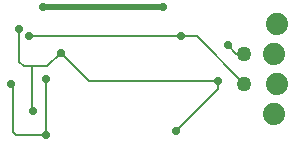
<source format=gbl>
G04 (created by PCBNEW (2013-07-07 BZR 4022)-stable) date 4/25/2015 1:29:16 AM*
%MOIN*%
G04 Gerber Fmt 3.4, Leading zero omitted, Abs format*
%FSLAX34Y34*%
G01*
G70*
G90*
G04 APERTURE LIST*
%ADD10C,0.00590551*%
%ADD11C,0.05*%
%ADD12C,0.074*%
%ADD13C,0.0275591*%
%ADD14C,0.00629921*%
%ADD15C,0.019685*%
G04 APERTURE END LIST*
G54D10*
G54D11*
X52850Y-15900D03*
X52850Y-16900D03*
G54D12*
X53850Y-15900D03*
X53950Y-16900D03*
X53850Y-17900D03*
X53950Y-14900D03*
G54D13*
X45075Y-16925D03*
X46225Y-18625D03*
X46225Y-16750D03*
X52300Y-15625D03*
X50750Y-15325D03*
X45675Y-15325D03*
X51975Y-16825D03*
X50575Y-18475D03*
X45800Y-17800D03*
X46725Y-15875D03*
X45350Y-15075D03*
X46150Y-14350D03*
X50125Y-14350D03*
G54D14*
X45250Y-18625D02*
X46225Y-18625D01*
X45125Y-18500D02*
X45250Y-18625D01*
X45125Y-16975D02*
X45125Y-18500D01*
X45075Y-16925D02*
X45125Y-16975D01*
X46225Y-16750D02*
X46225Y-18625D01*
X52575Y-15900D02*
X52850Y-15900D01*
X52300Y-15625D02*
X52575Y-15900D01*
X50750Y-15325D02*
X51275Y-15325D01*
X51275Y-15325D02*
X52850Y-16900D01*
X45675Y-15325D02*
X50750Y-15325D01*
X51975Y-16825D02*
X47675Y-16825D01*
X47675Y-16825D02*
X46725Y-15875D01*
X51975Y-17075D02*
X51975Y-16825D01*
X50575Y-18475D02*
X51975Y-17075D01*
X45775Y-17775D02*
X45775Y-16325D01*
X45800Y-17800D02*
X45775Y-17775D01*
X45350Y-16175D02*
X45350Y-15075D01*
X45500Y-16325D02*
X45350Y-16175D01*
X46275Y-16325D02*
X45775Y-16325D01*
X46725Y-15875D02*
X46275Y-16325D01*
X45775Y-16325D02*
X45500Y-16325D01*
G54D15*
X46150Y-14350D02*
X50125Y-14350D01*
M02*

</source>
